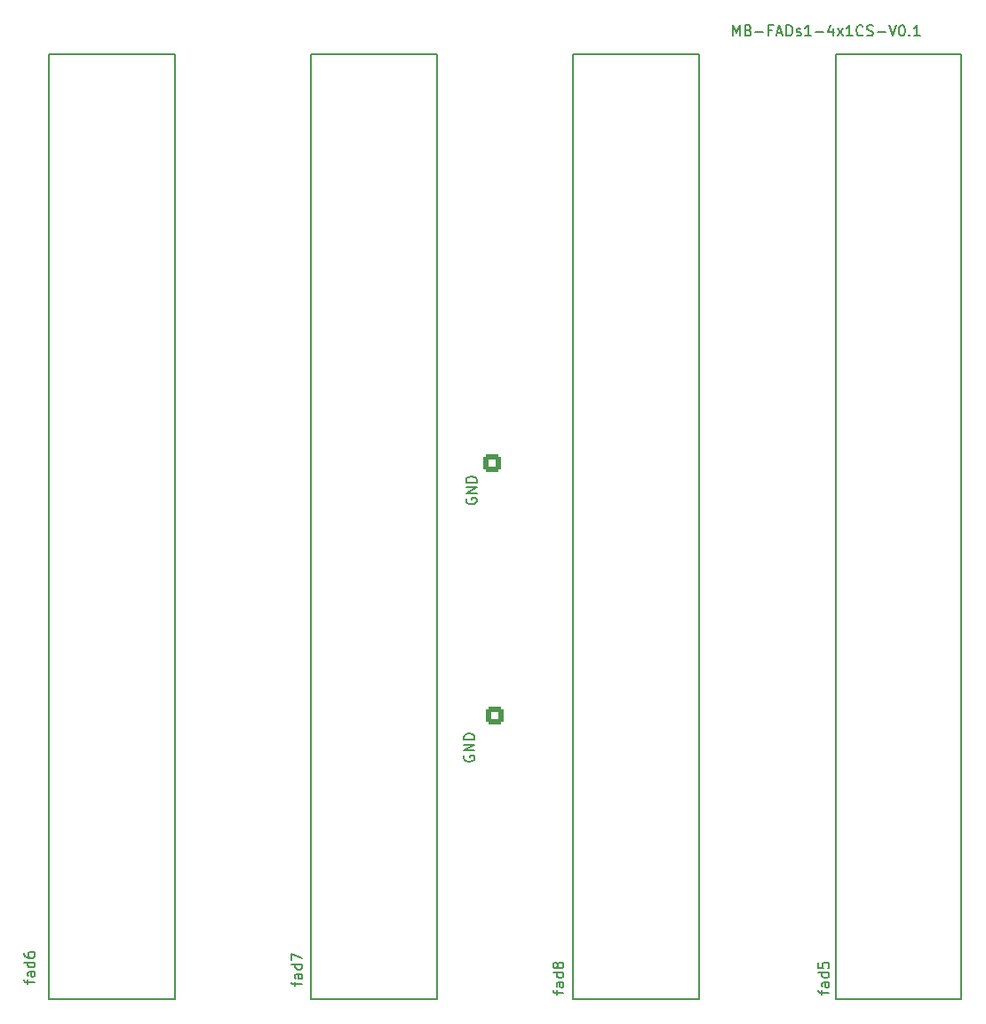
<source format=gto>
G04 #@! TF.GenerationSoftware,KiCad,Pcbnew,(7.0.0)*
G04 #@! TF.CreationDate,2023-05-18T23:41:24+02:00*
G04 #@! TF.ProjectId,Fad_1,4661645f-312e-46b6-9963-61645f706362,rev?*
G04 #@! TF.SameCoordinates,Original*
G04 #@! TF.FileFunction,Legend,Top*
G04 #@! TF.FilePolarity,Positive*
%FSLAX46Y46*%
G04 Gerber Fmt 4.6, Leading zero omitted, Abs format (unit mm)*
G04 Created by KiCad (PCBNEW (7.0.0)) date 2023-05-18 23:41:24*
%MOMM*%
%LPD*%
G01*
G04 APERTURE LIST*
G04 Aperture macros list*
%AMRoundRect*
0 Rectangle with rounded corners*
0 $1 Rounding radius*
0 $2 $3 $4 $5 $6 $7 $8 $9 X,Y pos of 4 corners*
0 Add a 4 corners polygon primitive as box body*
4,1,4,$2,$3,$4,$5,$6,$7,$8,$9,$2,$3,0*
0 Add four circle primitives for the rounded corners*
1,1,$1+$1,$2,$3*
1,1,$1+$1,$4,$5*
1,1,$1+$1,$6,$7*
1,1,$1+$1,$8,$9*
0 Add four rect primitives between the rounded corners*
20,1,$1+$1,$2,$3,$4,$5,0*
20,1,$1+$1,$4,$5,$6,$7,0*
20,1,$1+$1,$6,$7,$8,$9,0*
20,1,$1+$1,$8,$9,$2,$3,0*%
G04 Aperture macros list end*
%ADD10C,0.150000*%
%ADD11C,4.000000*%
%ADD12C,3.200000*%
%ADD13RoundRect,0.250000X-0.600000X-0.600000X0.600000X-0.600000X0.600000X0.600000X-0.600000X0.600000X0*%
%ADD14C,1.700000*%
G04 APERTURE END LIST*
D10*
X126130000Y-111838095D02*
X126082380Y-111933333D01*
X126082380Y-111933333D02*
X126082380Y-112076190D01*
X126082380Y-112076190D02*
X126130000Y-112219047D01*
X126130000Y-112219047D02*
X126225238Y-112314285D01*
X126225238Y-112314285D02*
X126320476Y-112361904D01*
X126320476Y-112361904D02*
X126510952Y-112409523D01*
X126510952Y-112409523D02*
X126653809Y-112409523D01*
X126653809Y-112409523D02*
X126844285Y-112361904D01*
X126844285Y-112361904D02*
X126939523Y-112314285D01*
X126939523Y-112314285D02*
X127034761Y-112219047D01*
X127034761Y-112219047D02*
X127082380Y-112076190D01*
X127082380Y-112076190D02*
X127082380Y-111980952D01*
X127082380Y-111980952D02*
X127034761Y-111838095D01*
X127034761Y-111838095D02*
X126987142Y-111790476D01*
X126987142Y-111790476D02*
X126653809Y-111790476D01*
X126653809Y-111790476D02*
X126653809Y-111980952D01*
X127082380Y-111361904D02*
X126082380Y-111361904D01*
X126082380Y-111361904D02*
X127082380Y-110790476D01*
X127082380Y-110790476D02*
X126082380Y-110790476D01*
X127082380Y-110314285D02*
X126082380Y-110314285D01*
X126082380Y-110314285D02*
X126082380Y-110076190D01*
X126082380Y-110076190D02*
X126130000Y-109933333D01*
X126130000Y-109933333D02*
X126225238Y-109838095D01*
X126225238Y-109838095D02*
X126320476Y-109790476D01*
X126320476Y-109790476D02*
X126510952Y-109742857D01*
X126510952Y-109742857D02*
X126653809Y-109742857D01*
X126653809Y-109742857D02*
X126844285Y-109790476D01*
X126844285Y-109790476D02*
X126939523Y-109838095D01*
X126939523Y-109838095D02*
X127034761Y-109933333D01*
X127034761Y-109933333D02*
X127082380Y-110076190D01*
X127082380Y-110076190D02*
X127082380Y-110314285D01*
X126330000Y-87338095D02*
X126282380Y-87433333D01*
X126282380Y-87433333D02*
X126282380Y-87576190D01*
X126282380Y-87576190D02*
X126330000Y-87719047D01*
X126330000Y-87719047D02*
X126425238Y-87814285D01*
X126425238Y-87814285D02*
X126520476Y-87861904D01*
X126520476Y-87861904D02*
X126710952Y-87909523D01*
X126710952Y-87909523D02*
X126853809Y-87909523D01*
X126853809Y-87909523D02*
X127044285Y-87861904D01*
X127044285Y-87861904D02*
X127139523Y-87814285D01*
X127139523Y-87814285D02*
X127234761Y-87719047D01*
X127234761Y-87719047D02*
X127282380Y-87576190D01*
X127282380Y-87576190D02*
X127282380Y-87480952D01*
X127282380Y-87480952D02*
X127234761Y-87338095D01*
X127234761Y-87338095D02*
X127187142Y-87290476D01*
X127187142Y-87290476D02*
X126853809Y-87290476D01*
X126853809Y-87290476D02*
X126853809Y-87480952D01*
X127282380Y-86861904D02*
X126282380Y-86861904D01*
X126282380Y-86861904D02*
X127282380Y-86290476D01*
X127282380Y-86290476D02*
X126282380Y-86290476D01*
X127282380Y-85814285D02*
X126282380Y-85814285D01*
X126282380Y-85814285D02*
X126282380Y-85576190D01*
X126282380Y-85576190D02*
X126330000Y-85433333D01*
X126330000Y-85433333D02*
X126425238Y-85338095D01*
X126425238Y-85338095D02*
X126520476Y-85290476D01*
X126520476Y-85290476D02*
X126710952Y-85242857D01*
X126710952Y-85242857D02*
X126853809Y-85242857D01*
X126853809Y-85242857D02*
X127044285Y-85290476D01*
X127044285Y-85290476D02*
X127139523Y-85338095D01*
X127139523Y-85338095D02*
X127234761Y-85433333D01*
X127234761Y-85433333D02*
X127282380Y-85576190D01*
X127282380Y-85576190D02*
X127282380Y-85814285D01*
X151719048Y-43267380D02*
X151719048Y-42267380D01*
X151719048Y-42267380D02*
X152052381Y-42981666D01*
X152052381Y-42981666D02*
X152385714Y-42267380D01*
X152385714Y-42267380D02*
X152385714Y-43267380D01*
X153195238Y-42743571D02*
X153338095Y-42791190D01*
X153338095Y-42791190D02*
X153385714Y-42838809D01*
X153385714Y-42838809D02*
X153433333Y-42934047D01*
X153433333Y-42934047D02*
X153433333Y-43076904D01*
X153433333Y-43076904D02*
X153385714Y-43172142D01*
X153385714Y-43172142D02*
X153338095Y-43219761D01*
X153338095Y-43219761D02*
X153242857Y-43267380D01*
X153242857Y-43267380D02*
X152861905Y-43267380D01*
X152861905Y-43267380D02*
X152861905Y-42267380D01*
X152861905Y-42267380D02*
X153195238Y-42267380D01*
X153195238Y-42267380D02*
X153290476Y-42315000D01*
X153290476Y-42315000D02*
X153338095Y-42362619D01*
X153338095Y-42362619D02*
X153385714Y-42457857D01*
X153385714Y-42457857D02*
X153385714Y-42553095D01*
X153385714Y-42553095D02*
X153338095Y-42648333D01*
X153338095Y-42648333D02*
X153290476Y-42695952D01*
X153290476Y-42695952D02*
X153195238Y-42743571D01*
X153195238Y-42743571D02*
X152861905Y-42743571D01*
X153861905Y-42886428D02*
X154623810Y-42886428D01*
X155433333Y-42743571D02*
X155100000Y-42743571D01*
X155100000Y-43267380D02*
X155100000Y-42267380D01*
X155100000Y-42267380D02*
X155576190Y-42267380D01*
X155909524Y-42981666D02*
X156385714Y-42981666D01*
X155814286Y-43267380D02*
X156147619Y-42267380D01*
X156147619Y-42267380D02*
X156480952Y-43267380D01*
X156814286Y-43267380D02*
X156814286Y-42267380D01*
X156814286Y-42267380D02*
X157052381Y-42267380D01*
X157052381Y-42267380D02*
X157195238Y-42315000D01*
X157195238Y-42315000D02*
X157290476Y-42410238D01*
X157290476Y-42410238D02*
X157338095Y-42505476D01*
X157338095Y-42505476D02*
X157385714Y-42695952D01*
X157385714Y-42695952D02*
X157385714Y-42838809D01*
X157385714Y-42838809D02*
X157338095Y-43029285D01*
X157338095Y-43029285D02*
X157290476Y-43124523D01*
X157290476Y-43124523D02*
X157195238Y-43219761D01*
X157195238Y-43219761D02*
X157052381Y-43267380D01*
X157052381Y-43267380D02*
X156814286Y-43267380D01*
X157766667Y-43219761D02*
X157861905Y-43267380D01*
X157861905Y-43267380D02*
X158052381Y-43267380D01*
X158052381Y-43267380D02*
X158147619Y-43219761D01*
X158147619Y-43219761D02*
X158195238Y-43124523D01*
X158195238Y-43124523D02*
X158195238Y-43076904D01*
X158195238Y-43076904D02*
X158147619Y-42981666D01*
X158147619Y-42981666D02*
X158052381Y-42934047D01*
X158052381Y-42934047D02*
X157909524Y-42934047D01*
X157909524Y-42934047D02*
X157814286Y-42886428D01*
X157814286Y-42886428D02*
X157766667Y-42791190D01*
X157766667Y-42791190D02*
X157766667Y-42743571D01*
X157766667Y-42743571D02*
X157814286Y-42648333D01*
X157814286Y-42648333D02*
X157909524Y-42600714D01*
X157909524Y-42600714D02*
X158052381Y-42600714D01*
X158052381Y-42600714D02*
X158147619Y-42648333D01*
X159147619Y-43267380D02*
X158576191Y-43267380D01*
X158861905Y-43267380D02*
X158861905Y-42267380D01*
X158861905Y-42267380D02*
X158766667Y-42410238D01*
X158766667Y-42410238D02*
X158671429Y-42505476D01*
X158671429Y-42505476D02*
X158576191Y-42553095D01*
X159576191Y-42886428D02*
X160338096Y-42886428D01*
X161242857Y-42600714D02*
X161242857Y-43267380D01*
X161004762Y-42219761D02*
X160766667Y-42934047D01*
X160766667Y-42934047D02*
X161385714Y-42934047D01*
X161671429Y-43267380D02*
X162195238Y-42600714D01*
X161671429Y-42600714D02*
X162195238Y-43267380D01*
X163100000Y-43267380D02*
X162528572Y-43267380D01*
X162814286Y-43267380D02*
X162814286Y-42267380D01*
X162814286Y-42267380D02*
X162719048Y-42410238D01*
X162719048Y-42410238D02*
X162623810Y-42505476D01*
X162623810Y-42505476D02*
X162528572Y-42553095D01*
X164100000Y-43172142D02*
X164052381Y-43219761D01*
X164052381Y-43219761D02*
X163909524Y-43267380D01*
X163909524Y-43267380D02*
X163814286Y-43267380D01*
X163814286Y-43267380D02*
X163671429Y-43219761D01*
X163671429Y-43219761D02*
X163576191Y-43124523D01*
X163576191Y-43124523D02*
X163528572Y-43029285D01*
X163528572Y-43029285D02*
X163480953Y-42838809D01*
X163480953Y-42838809D02*
X163480953Y-42695952D01*
X163480953Y-42695952D02*
X163528572Y-42505476D01*
X163528572Y-42505476D02*
X163576191Y-42410238D01*
X163576191Y-42410238D02*
X163671429Y-42315000D01*
X163671429Y-42315000D02*
X163814286Y-42267380D01*
X163814286Y-42267380D02*
X163909524Y-42267380D01*
X163909524Y-42267380D02*
X164052381Y-42315000D01*
X164052381Y-42315000D02*
X164100000Y-42362619D01*
X164480953Y-43219761D02*
X164623810Y-43267380D01*
X164623810Y-43267380D02*
X164861905Y-43267380D01*
X164861905Y-43267380D02*
X164957143Y-43219761D01*
X164957143Y-43219761D02*
X165004762Y-43172142D01*
X165004762Y-43172142D02*
X165052381Y-43076904D01*
X165052381Y-43076904D02*
X165052381Y-42981666D01*
X165052381Y-42981666D02*
X165004762Y-42886428D01*
X165004762Y-42886428D02*
X164957143Y-42838809D01*
X164957143Y-42838809D02*
X164861905Y-42791190D01*
X164861905Y-42791190D02*
X164671429Y-42743571D01*
X164671429Y-42743571D02*
X164576191Y-42695952D01*
X164576191Y-42695952D02*
X164528572Y-42648333D01*
X164528572Y-42648333D02*
X164480953Y-42553095D01*
X164480953Y-42553095D02*
X164480953Y-42457857D01*
X164480953Y-42457857D02*
X164528572Y-42362619D01*
X164528572Y-42362619D02*
X164576191Y-42315000D01*
X164576191Y-42315000D02*
X164671429Y-42267380D01*
X164671429Y-42267380D02*
X164909524Y-42267380D01*
X164909524Y-42267380D02*
X165052381Y-42315000D01*
X165480953Y-42886428D02*
X166242858Y-42886428D01*
X166576191Y-42267380D02*
X166909524Y-43267380D01*
X166909524Y-43267380D02*
X167242857Y-42267380D01*
X167766667Y-42267380D02*
X167861905Y-42267380D01*
X167861905Y-42267380D02*
X167957143Y-42315000D01*
X167957143Y-42315000D02*
X168004762Y-42362619D01*
X168004762Y-42362619D02*
X168052381Y-42457857D01*
X168052381Y-42457857D02*
X168100000Y-42648333D01*
X168100000Y-42648333D02*
X168100000Y-42886428D01*
X168100000Y-42886428D02*
X168052381Y-43076904D01*
X168052381Y-43076904D02*
X168004762Y-43172142D01*
X168004762Y-43172142D02*
X167957143Y-43219761D01*
X167957143Y-43219761D02*
X167861905Y-43267380D01*
X167861905Y-43267380D02*
X167766667Y-43267380D01*
X167766667Y-43267380D02*
X167671429Y-43219761D01*
X167671429Y-43219761D02*
X167623810Y-43172142D01*
X167623810Y-43172142D02*
X167576191Y-43076904D01*
X167576191Y-43076904D02*
X167528572Y-42886428D01*
X167528572Y-42886428D02*
X167528572Y-42648333D01*
X167528572Y-42648333D02*
X167576191Y-42457857D01*
X167576191Y-42457857D02*
X167623810Y-42362619D01*
X167623810Y-42362619D02*
X167671429Y-42315000D01*
X167671429Y-42315000D02*
X167766667Y-42267380D01*
X168528572Y-43172142D02*
X168576191Y-43219761D01*
X168576191Y-43219761D02*
X168528572Y-43267380D01*
X168528572Y-43267380D02*
X168480953Y-43219761D01*
X168480953Y-43219761D02*
X168528572Y-43172142D01*
X168528572Y-43172142D02*
X168528572Y-43267380D01*
X169528571Y-43267380D02*
X168957143Y-43267380D01*
X169242857Y-43267380D02*
X169242857Y-42267380D01*
X169242857Y-42267380D02*
X169147619Y-42410238D01*
X169147619Y-42410238D02*
X169052381Y-42505476D01*
X169052381Y-42505476D02*
X168957143Y-42553095D01*
X134900714Y-134571428D02*
X134900714Y-134190476D01*
X135567380Y-134428571D02*
X134710238Y-134428571D01*
X134710238Y-134428571D02*
X134615000Y-134380952D01*
X134615000Y-134380952D02*
X134567380Y-134285714D01*
X134567380Y-134285714D02*
X134567380Y-134190476D01*
X135567380Y-133428571D02*
X135043571Y-133428571D01*
X135043571Y-133428571D02*
X134948333Y-133476190D01*
X134948333Y-133476190D02*
X134900714Y-133571428D01*
X134900714Y-133571428D02*
X134900714Y-133761904D01*
X134900714Y-133761904D02*
X134948333Y-133857142D01*
X135519761Y-133428571D02*
X135567380Y-133523809D01*
X135567380Y-133523809D02*
X135567380Y-133761904D01*
X135567380Y-133761904D02*
X135519761Y-133857142D01*
X135519761Y-133857142D02*
X135424523Y-133904761D01*
X135424523Y-133904761D02*
X135329285Y-133904761D01*
X135329285Y-133904761D02*
X135234047Y-133857142D01*
X135234047Y-133857142D02*
X135186428Y-133761904D01*
X135186428Y-133761904D02*
X135186428Y-133523809D01*
X135186428Y-133523809D02*
X135138809Y-133428571D01*
X135567380Y-132523809D02*
X134567380Y-132523809D01*
X135519761Y-132523809D02*
X135567380Y-132619047D01*
X135567380Y-132619047D02*
X135567380Y-132809523D01*
X135567380Y-132809523D02*
X135519761Y-132904761D01*
X135519761Y-132904761D02*
X135472142Y-132952380D01*
X135472142Y-132952380D02*
X135376904Y-132999999D01*
X135376904Y-132999999D02*
X135091190Y-132999999D01*
X135091190Y-132999999D02*
X134995952Y-132952380D01*
X134995952Y-132952380D02*
X134948333Y-132904761D01*
X134948333Y-132904761D02*
X134900714Y-132809523D01*
X134900714Y-132809523D02*
X134900714Y-132619047D01*
X134900714Y-132619047D02*
X134948333Y-132523809D01*
X134995952Y-131904761D02*
X134948333Y-131999999D01*
X134948333Y-131999999D02*
X134900714Y-132047618D01*
X134900714Y-132047618D02*
X134805476Y-132095237D01*
X134805476Y-132095237D02*
X134757857Y-132095237D01*
X134757857Y-132095237D02*
X134662619Y-132047618D01*
X134662619Y-132047618D02*
X134615000Y-131999999D01*
X134615000Y-131999999D02*
X134567380Y-131904761D01*
X134567380Y-131904761D02*
X134567380Y-131714285D01*
X134567380Y-131714285D02*
X134615000Y-131619047D01*
X134615000Y-131619047D02*
X134662619Y-131571428D01*
X134662619Y-131571428D02*
X134757857Y-131523809D01*
X134757857Y-131523809D02*
X134805476Y-131523809D01*
X134805476Y-131523809D02*
X134900714Y-131571428D01*
X134900714Y-131571428D02*
X134948333Y-131619047D01*
X134948333Y-131619047D02*
X134995952Y-131714285D01*
X134995952Y-131714285D02*
X134995952Y-131904761D01*
X134995952Y-131904761D02*
X135043571Y-131999999D01*
X135043571Y-131999999D02*
X135091190Y-132047618D01*
X135091190Y-132047618D02*
X135186428Y-132095237D01*
X135186428Y-132095237D02*
X135376904Y-132095237D01*
X135376904Y-132095237D02*
X135472142Y-132047618D01*
X135472142Y-132047618D02*
X135519761Y-131999999D01*
X135519761Y-131999999D02*
X135567380Y-131904761D01*
X135567380Y-131904761D02*
X135567380Y-131714285D01*
X135567380Y-131714285D02*
X135519761Y-131619047D01*
X135519761Y-131619047D02*
X135472142Y-131571428D01*
X135472142Y-131571428D02*
X135376904Y-131523809D01*
X135376904Y-131523809D02*
X135186428Y-131523809D01*
X135186428Y-131523809D02*
X135091190Y-131571428D01*
X135091190Y-131571428D02*
X135043571Y-131619047D01*
X135043571Y-131619047D02*
X134995952Y-131714285D01*
X160200714Y-134571428D02*
X160200714Y-134190476D01*
X160867380Y-134428571D02*
X160010238Y-134428571D01*
X160010238Y-134428571D02*
X159915000Y-134380952D01*
X159915000Y-134380952D02*
X159867380Y-134285714D01*
X159867380Y-134285714D02*
X159867380Y-134190476D01*
X160867380Y-133428571D02*
X160343571Y-133428571D01*
X160343571Y-133428571D02*
X160248333Y-133476190D01*
X160248333Y-133476190D02*
X160200714Y-133571428D01*
X160200714Y-133571428D02*
X160200714Y-133761904D01*
X160200714Y-133761904D02*
X160248333Y-133857142D01*
X160819761Y-133428571D02*
X160867380Y-133523809D01*
X160867380Y-133523809D02*
X160867380Y-133761904D01*
X160867380Y-133761904D02*
X160819761Y-133857142D01*
X160819761Y-133857142D02*
X160724523Y-133904761D01*
X160724523Y-133904761D02*
X160629285Y-133904761D01*
X160629285Y-133904761D02*
X160534047Y-133857142D01*
X160534047Y-133857142D02*
X160486428Y-133761904D01*
X160486428Y-133761904D02*
X160486428Y-133523809D01*
X160486428Y-133523809D02*
X160438809Y-133428571D01*
X160867380Y-132523809D02*
X159867380Y-132523809D01*
X160819761Y-132523809D02*
X160867380Y-132619047D01*
X160867380Y-132619047D02*
X160867380Y-132809523D01*
X160867380Y-132809523D02*
X160819761Y-132904761D01*
X160819761Y-132904761D02*
X160772142Y-132952380D01*
X160772142Y-132952380D02*
X160676904Y-132999999D01*
X160676904Y-132999999D02*
X160391190Y-132999999D01*
X160391190Y-132999999D02*
X160295952Y-132952380D01*
X160295952Y-132952380D02*
X160248333Y-132904761D01*
X160248333Y-132904761D02*
X160200714Y-132809523D01*
X160200714Y-132809523D02*
X160200714Y-132619047D01*
X160200714Y-132619047D02*
X160248333Y-132523809D01*
X159867380Y-131571428D02*
X159867380Y-132047618D01*
X159867380Y-132047618D02*
X160343571Y-132095237D01*
X160343571Y-132095237D02*
X160295952Y-132047618D01*
X160295952Y-132047618D02*
X160248333Y-131952380D01*
X160248333Y-131952380D02*
X160248333Y-131714285D01*
X160248333Y-131714285D02*
X160295952Y-131619047D01*
X160295952Y-131619047D02*
X160343571Y-131571428D01*
X160343571Y-131571428D02*
X160438809Y-131523809D01*
X160438809Y-131523809D02*
X160676904Y-131523809D01*
X160676904Y-131523809D02*
X160772142Y-131571428D01*
X160772142Y-131571428D02*
X160819761Y-131619047D01*
X160819761Y-131619047D02*
X160867380Y-131714285D01*
X160867380Y-131714285D02*
X160867380Y-131952380D01*
X160867380Y-131952380D02*
X160819761Y-132047618D01*
X160819761Y-132047618D02*
X160772142Y-132095237D01*
X110000714Y-133771428D02*
X110000714Y-133390476D01*
X110667380Y-133628571D02*
X109810238Y-133628571D01*
X109810238Y-133628571D02*
X109715000Y-133580952D01*
X109715000Y-133580952D02*
X109667380Y-133485714D01*
X109667380Y-133485714D02*
X109667380Y-133390476D01*
X110667380Y-132628571D02*
X110143571Y-132628571D01*
X110143571Y-132628571D02*
X110048333Y-132676190D01*
X110048333Y-132676190D02*
X110000714Y-132771428D01*
X110000714Y-132771428D02*
X110000714Y-132961904D01*
X110000714Y-132961904D02*
X110048333Y-133057142D01*
X110619761Y-132628571D02*
X110667380Y-132723809D01*
X110667380Y-132723809D02*
X110667380Y-132961904D01*
X110667380Y-132961904D02*
X110619761Y-133057142D01*
X110619761Y-133057142D02*
X110524523Y-133104761D01*
X110524523Y-133104761D02*
X110429285Y-133104761D01*
X110429285Y-133104761D02*
X110334047Y-133057142D01*
X110334047Y-133057142D02*
X110286428Y-132961904D01*
X110286428Y-132961904D02*
X110286428Y-132723809D01*
X110286428Y-132723809D02*
X110238809Y-132628571D01*
X110667380Y-131723809D02*
X109667380Y-131723809D01*
X110619761Y-131723809D02*
X110667380Y-131819047D01*
X110667380Y-131819047D02*
X110667380Y-132009523D01*
X110667380Y-132009523D02*
X110619761Y-132104761D01*
X110619761Y-132104761D02*
X110572142Y-132152380D01*
X110572142Y-132152380D02*
X110476904Y-132199999D01*
X110476904Y-132199999D02*
X110191190Y-132199999D01*
X110191190Y-132199999D02*
X110095952Y-132152380D01*
X110095952Y-132152380D02*
X110048333Y-132104761D01*
X110048333Y-132104761D02*
X110000714Y-132009523D01*
X110000714Y-132009523D02*
X110000714Y-131819047D01*
X110000714Y-131819047D02*
X110048333Y-131723809D01*
X109667380Y-131342856D02*
X109667380Y-130676190D01*
X109667380Y-130676190D02*
X110667380Y-131104761D01*
X84500714Y-133571428D02*
X84500714Y-133190476D01*
X85167380Y-133428571D02*
X84310238Y-133428571D01*
X84310238Y-133428571D02*
X84215000Y-133380952D01*
X84215000Y-133380952D02*
X84167380Y-133285714D01*
X84167380Y-133285714D02*
X84167380Y-133190476D01*
X85167380Y-132428571D02*
X84643571Y-132428571D01*
X84643571Y-132428571D02*
X84548333Y-132476190D01*
X84548333Y-132476190D02*
X84500714Y-132571428D01*
X84500714Y-132571428D02*
X84500714Y-132761904D01*
X84500714Y-132761904D02*
X84548333Y-132857142D01*
X85119761Y-132428571D02*
X85167380Y-132523809D01*
X85167380Y-132523809D02*
X85167380Y-132761904D01*
X85167380Y-132761904D02*
X85119761Y-132857142D01*
X85119761Y-132857142D02*
X85024523Y-132904761D01*
X85024523Y-132904761D02*
X84929285Y-132904761D01*
X84929285Y-132904761D02*
X84834047Y-132857142D01*
X84834047Y-132857142D02*
X84786428Y-132761904D01*
X84786428Y-132761904D02*
X84786428Y-132523809D01*
X84786428Y-132523809D02*
X84738809Y-132428571D01*
X85167380Y-131523809D02*
X84167380Y-131523809D01*
X85119761Y-131523809D02*
X85167380Y-131619047D01*
X85167380Y-131619047D02*
X85167380Y-131809523D01*
X85167380Y-131809523D02*
X85119761Y-131904761D01*
X85119761Y-131904761D02*
X85072142Y-131952380D01*
X85072142Y-131952380D02*
X84976904Y-131999999D01*
X84976904Y-131999999D02*
X84691190Y-131999999D01*
X84691190Y-131999999D02*
X84595952Y-131952380D01*
X84595952Y-131952380D02*
X84548333Y-131904761D01*
X84548333Y-131904761D02*
X84500714Y-131809523D01*
X84500714Y-131809523D02*
X84500714Y-131619047D01*
X84500714Y-131619047D02*
X84548333Y-131523809D01*
X84167380Y-130619047D02*
X84167380Y-130809523D01*
X84167380Y-130809523D02*
X84215000Y-130904761D01*
X84215000Y-130904761D02*
X84262619Y-130952380D01*
X84262619Y-130952380D02*
X84405476Y-131047618D01*
X84405476Y-131047618D02*
X84595952Y-131095237D01*
X84595952Y-131095237D02*
X84976904Y-131095237D01*
X84976904Y-131095237D02*
X85072142Y-131047618D01*
X85072142Y-131047618D02*
X85119761Y-130999999D01*
X85119761Y-130999999D02*
X85167380Y-130904761D01*
X85167380Y-130904761D02*
X85167380Y-130714285D01*
X85167380Y-130714285D02*
X85119761Y-130619047D01*
X85119761Y-130619047D02*
X85072142Y-130571428D01*
X85072142Y-130571428D02*
X84976904Y-130523809D01*
X84976904Y-130523809D02*
X84738809Y-130523809D01*
X84738809Y-130523809D02*
X84643571Y-130571428D01*
X84643571Y-130571428D02*
X84595952Y-130619047D01*
X84595952Y-130619047D02*
X84548333Y-130714285D01*
X84548333Y-130714285D02*
X84548333Y-130904761D01*
X84548333Y-130904761D02*
X84595952Y-130999999D01*
X84595952Y-130999999D02*
X84643571Y-131047618D01*
X84643571Y-131047618D02*
X84738809Y-131095237D01*
X136500000Y-135000000D02*
X136500000Y-45000000D01*
X148500000Y-45000000D02*
X136500000Y-45000000D01*
X148500000Y-46000000D02*
X148500000Y-45000000D01*
X148500000Y-135000000D02*
X136500000Y-135000000D01*
X148500000Y-135000000D02*
X148500000Y-46000000D01*
X161500000Y-135000000D02*
X161500000Y-45000000D01*
X173500000Y-45000000D02*
X161500000Y-45000000D01*
X173500000Y-46000000D02*
X173500000Y-45000000D01*
X173500000Y-135000000D02*
X161500000Y-135000000D01*
X173500000Y-135000000D02*
X173500000Y-46000000D01*
X111500000Y-135000000D02*
X111500000Y-45000000D01*
X123500000Y-45000000D02*
X111500000Y-45000000D01*
X123500000Y-46000000D02*
X123500000Y-45000000D01*
X123500000Y-135000000D02*
X111500000Y-135000000D01*
X123500000Y-135000000D02*
X123500000Y-46000000D01*
X86500000Y-135000000D02*
X86500000Y-45000000D01*
X98500000Y-45000000D02*
X86500000Y-45000000D01*
X98500000Y-46000000D02*
X98500000Y-45000000D01*
X98500000Y-135000000D02*
X86500000Y-135000000D01*
X98500000Y-135000000D02*
X98500000Y-46000000D01*
D11*
X145000000Y-125000000D03*
X140000000Y-50000000D03*
X140000000Y-130000000D03*
X145000000Y-55000000D03*
X170000000Y-125000000D03*
X165000000Y-50000000D03*
X165000000Y-130000000D03*
X170000000Y-55000000D03*
X120000000Y-125000000D03*
X115000000Y-50000000D03*
X115000000Y-130000000D03*
X120000000Y-55000000D03*
X95000000Y-125000000D03*
X90000000Y-50000000D03*
X90000000Y-130000000D03*
X95000000Y-55000000D03*
%LPC*%
D12*
X154000000Y-65000000D03*
X154000000Y-115000000D03*
D11*
X145000000Y-125000000D03*
X140000000Y-50000000D03*
X140000000Y-130000000D03*
X145000000Y-55000000D03*
D12*
X106000000Y-115000000D03*
D11*
X170000000Y-125000000D03*
X165000000Y-50000000D03*
X165000000Y-130000000D03*
X170000000Y-55000000D03*
D12*
X106000000Y-65000000D03*
D11*
X120000000Y-125000000D03*
X115000000Y-50000000D03*
X115000000Y-130000000D03*
X120000000Y-55000000D03*
X95000000Y-125000000D03*
X90000000Y-50000000D03*
X90000000Y-130000000D03*
X95000000Y-55000000D03*
D12*
X176000000Y-44000000D03*
X84000000Y-136000000D03*
X84000000Y-44000000D03*
X176000000Y-136000000D03*
D13*
X128753500Y-83968000D03*
D14*
X131293500Y-83968000D03*
X128753500Y-81428000D03*
X131293500Y-81428000D03*
X128753500Y-78888000D03*
X131293500Y-78888000D03*
X128753500Y-76348000D03*
X131293500Y-76348000D03*
X128753500Y-73808000D03*
X131293500Y-73808000D03*
D13*
X129000000Y-108000000D03*
D14*
X131540000Y-108000000D03*
X129000000Y-105460000D03*
X131540000Y-105460000D03*
X129000000Y-102920000D03*
X131540000Y-102920000D03*
X129000000Y-100380000D03*
X131540000Y-100380000D03*
X129000000Y-97840000D03*
X131540000Y-97840000D03*
M02*

</source>
